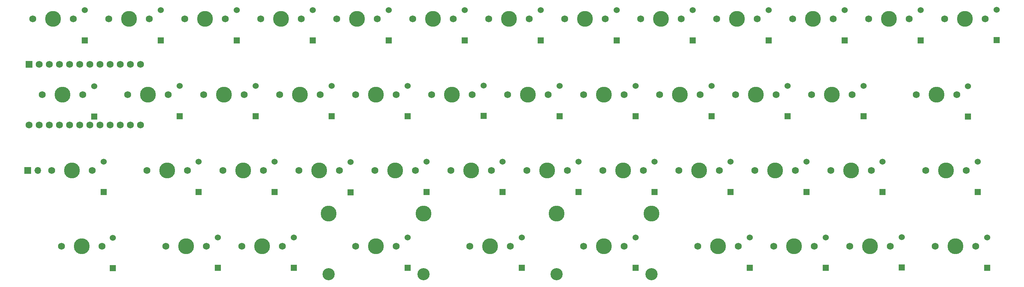
<source format=gbr>
%TF.GenerationSoftware,KiCad,Pcbnew,(6.0.7)*%
%TF.CreationDate,2022-12-15T16:21:00+01:00*%
%TF.ProjectId,Kestrel47,4b657374-7265-46c3-9437-2e6b69636164,rev?*%
%TF.SameCoordinates,Original*%
%TF.FileFunction,Soldermask,Top*%
%TF.FilePolarity,Negative*%
%FSLAX46Y46*%
G04 Gerber Fmt 4.6, Leading zero omitted, Abs format (unit mm)*
G04 Created by KiCad (PCBNEW (6.0.7)) date 2022-12-15 16:21:00*
%MOMM*%
%LPD*%
G01*
G04 APERTURE LIST*
%ADD10R,1.524000X1.524000*%
%ADD11C,1.524000*%
%ADD12C,3.987800*%
%ADD13C,1.750000*%
%ADD14C,3.048000*%
%ADD15R,1.700000X1.700000*%
%ADD16O,1.700000X1.700000*%
%ADD17R,1.752600X1.752600*%
%ADD18C,1.752600*%
G04 APERTURE END LIST*
D10*
%TO.C,D29*%
X176212500Y-68897500D03*
D11*
X176212500Y-61277500D03*
%TD*%
D10*
%TO.C,D7*%
X61912500Y-68897500D03*
D11*
X61912500Y-61277500D03*
%TD*%
D12*
%TO.C,MX27*%
X158750000Y-25400000D03*
D13*
X153670000Y-25400000D03*
X163830000Y-25400000D03*
%TD*%
D10*
%TO.C,D43*%
X242887500Y-30797500D03*
D11*
X242887500Y-23177500D03*
%TD*%
D10*
%TO.C,D47*%
X261937500Y-30735000D03*
D11*
X261937500Y-23115000D03*
%TD*%
D13*
%TO.C,MX45*%
X244157500Y-63500000D03*
D12*
X249237500Y-63500000D03*
D13*
X254317500Y-63500000D03*
%TD*%
D10*
%TO.C,D17*%
X109537500Y-30797500D03*
D11*
X109537500Y-23177500D03*
%TD*%
D12*
%TO.C,MX32*%
X182562500Y-44450000D03*
D13*
X177482500Y-44450000D03*
X187642500Y-44450000D03*
%TD*%
D10*
%TO.C,D38*%
X219075000Y-87947500D03*
D11*
X219075000Y-80327500D03*
%TD*%
D10*
%TO.C,D2*%
X35687000Y-49911000D03*
D11*
X35687000Y-42291000D03*
%TD*%
D13*
%TO.C,MX37*%
X211455000Y-63500000D03*
X201295000Y-63500000D03*
D12*
X206375000Y-63500000D03*
%TD*%
D10*
%TO.C,D18*%
X114300000Y-49847500D03*
D11*
X114300000Y-42227500D03*
%TD*%
D12*
%TO.C,MX13*%
X82550000Y-25400000D03*
D13*
X77470000Y-25400000D03*
X87630000Y-25400000D03*
%TD*%
D10*
%TO.C,D46*%
X259588000Y-87947500D03*
D11*
X259588000Y-80327500D03*
%TD*%
D13*
%TO.C,MX10*%
X63182500Y-44450000D03*
X73342500Y-44450000D03*
D12*
X68262500Y-44450000D03*
%TD*%
D10*
%TO.C,D31*%
X185737500Y-30797500D03*
D11*
X185737500Y-23177500D03*
%TD*%
D13*
%TO.C,MX23*%
X140017500Y-82550000D03*
D12*
X134937500Y-82550000D03*
D13*
X129857500Y-82550000D03*
%TD*%
%TO.C,MX33*%
X192405000Y-63500000D03*
X182245000Y-63500000D03*
D12*
X187325000Y-63500000D03*
%TD*%
D10*
%TO.C,D8*%
X66675000Y-87947500D03*
D11*
X66675000Y-80327500D03*
%TD*%
D13*
%TO.C,MX22*%
X125095000Y-63500000D03*
X135255000Y-63500000D03*
D12*
X130175000Y-63500000D03*
%TD*%
D10*
%TO.C,D22*%
X138112500Y-68897500D03*
D11*
X138112500Y-61277500D03*
%TD*%
D10*
%TO.C,D37*%
X214312500Y-68897500D03*
D11*
X214312500Y-61277500D03*
%TD*%
D13*
%TO.C,MX17*%
X106680000Y-25400000D03*
D12*
X101600000Y-25400000D03*
D13*
X96520000Y-25400000D03*
%TD*%
D10*
%TO.C,D16*%
X114300000Y-87947500D03*
D11*
X114300000Y-80327500D03*
%TD*%
D13*
%TO.C,MX24*%
X134620000Y-25400000D03*
D12*
X139700000Y-25400000D03*
D13*
X144780000Y-25400000D03*
%TD*%
D12*
%TO.C,MX40*%
X220662500Y-44450000D03*
D13*
X215582500Y-44450000D03*
X225742500Y-44450000D03*
%TD*%
D10*
%TO.C,D15*%
X100012500Y-68960000D03*
D11*
X100012500Y-61340000D03*
%TD*%
D12*
%TO.C,MX20*%
X120650000Y-25400000D03*
D13*
X115570000Y-25400000D03*
X125730000Y-25400000D03*
%TD*%
D10*
%TO.C,D6*%
X57150000Y-49847500D03*
D11*
X57150000Y-42227500D03*
%TD*%
D13*
%TO.C,MX16*%
X101282500Y-82550000D03*
D12*
X106362500Y-82550000D03*
D13*
X111442500Y-82550000D03*
D12*
X94456250Y-74295000D03*
D14*
X94456250Y-89535000D03*
X118268750Y-89535000D03*
D12*
X118268750Y-74295000D03*
%TD*%
%TO.C,MX2*%
X27772544Y-44451161D03*
D13*
X22692544Y-44451161D03*
X32852544Y-44451161D03*
%TD*%
D12*
%TO.C,MX36*%
X201612500Y-44450000D03*
D13*
X206692500Y-44450000D03*
X196532500Y-44450000D03*
%TD*%
D10*
%TO.C,D24*%
X147637500Y-30797500D03*
D11*
X147637500Y-23177500D03*
%TD*%
D13*
%TO.C,MX38*%
X206057500Y-82550000D03*
X216217500Y-82550000D03*
D12*
X211137500Y-82550000D03*
%TD*%
D10*
%TO.C,D19*%
X119062500Y-68897500D03*
D11*
X119062500Y-61277500D03*
%TD*%
D13*
%TO.C,MX8*%
X53657500Y-82550000D03*
D12*
X58737500Y-82550000D03*
D13*
X63817500Y-82550000D03*
%TD*%
%TO.C,MX3*%
X25082500Y-63500000D03*
D12*
X30162500Y-63500000D03*
D13*
X35242500Y-63500000D03*
%TD*%
D10*
%TO.C,D9*%
X71437500Y-30797500D03*
D11*
X71437500Y-23177500D03*
%TD*%
D10*
%TO.C,D1*%
X33337500Y-30797500D03*
D11*
X33337500Y-23177500D03*
%TD*%
D10*
%TO.C,D32*%
X190500000Y-49847500D03*
D11*
X190500000Y-42227500D03*
%TD*%
D13*
%TO.C,MX1*%
X30480000Y-25400000D03*
X20320000Y-25400000D03*
D12*
X25400000Y-25400000D03*
%TD*%
D13*
%TO.C,MX34*%
X187007500Y-82550000D03*
D12*
X192087500Y-82550000D03*
D13*
X197167500Y-82550000D03*
%TD*%
D12*
%TO.C,MX28*%
X163512500Y-44450000D03*
D13*
X168592500Y-44450000D03*
X158432500Y-44450000D03*
%TD*%
D12*
%TO.C,MX26*%
X149225000Y-63500000D03*
D13*
X144145000Y-63500000D03*
X154305000Y-63500000D03*
%TD*%
D10*
%TO.C,D3*%
X38100000Y-68897500D03*
D11*
X38100000Y-61277500D03*
%TD*%
D13*
%TO.C,MX4*%
X37617923Y-82550000D03*
X27457923Y-82550000D03*
D12*
X32537923Y-82550000D03*
%TD*%
D13*
%TO.C,MX46*%
X256714806Y-82550000D03*
D12*
X251634806Y-82550000D03*
D13*
X246554806Y-82550000D03*
%TD*%
D12*
%TO.C,MX18*%
X106362500Y-44450000D03*
D13*
X111442500Y-44450000D03*
X101282500Y-44450000D03*
%TD*%
D10*
%TO.C,D42*%
X238125000Y-87885000D03*
D11*
X238125000Y-80265000D03*
%TD*%
D13*
%TO.C,MX15*%
X86995000Y-63500000D03*
X97155000Y-63500000D03*
D12*
X92075000Y-63500000D03*
%TD*%
D10*
%TO.C,D21*%
X133350000Y-49785000D03*
D11*
X133350000Y-42165000D03*
%TD*%
D10*
%TO.C,D28*%
X171450000Y-49847500D03*
D11*
X171450000Y-42227500D03*
%TD*%
D13*
%TO.C,MX29*%
X173355000Y-63500000D03*
D12*
X168275000Y-63500000D03*
D13*
X163195000Y-63500000D03*
%TD*%
D10*
%TO.C,D40*%
X228600000Y-49847500D03*
D11*
X228600000Y-42227500D03*
%TD*%
D12*
%TO.C,MX25*%
X144462500Y-44450000D03*
D13*
X139382500Y-44450000D03*
X149542500Y-44450000D03*
%TD*%
D12*
%TO.C,MX39*%
X215900000Y-25400000D03*
D13*
X210820000Y-25400000D03*
X220980000Y-25400000D03*
%TD*%
D10*
%TO.C,D45*%
X257175000Y-68897500D03*
D11*
X257175000Y-61277500D03*
%TD*%
D10*
%TO.C,D4*%
X40386000Y-88011000D03*
D11*
X40386000Y-80391000D03*
%TD*%
D13*
%TO.C,MX5*%
X49530000Y-25400000D03*
D12*
X44450000Y-25400000D03*
D13*
X39370000Y-25400000D03*
%TD*%
D10*
%TO.C,D34*%
X200025000Y-87947500D03*
D11*
X200025000Y-80327500D03*
%TD*%
D13*
%TO.C,MX6*%
X54292500Y-44450000D03*
X44132500Y-44450000D03*
D12*
X49212500Y-44450000D03*
%TD*%
%TO.C,MX44*%
X246872306Y-44450000D03*
D13*
X251952306Y-44450000D03*
X241792306Y-44450000D03*
%TD*%
%TO.C,MX12*%
X82867500Y-82550000D03*
D12*
X77787500Y-82550000D03*
D13*
X72707500Y-82550000D03*
%TD*%
D10*
%TO.C,D14*%
X95250000Y-49847500D03*
D11*
X95250000Y-42227500D03*
%TD*%
D10*
%TO.C,D10*%
X76200000Y-49847500D03*
D11*
X76200000Y-42227500D03*
%TD*%
D10*
%TO.C,D26*%
X157162500Y-68897500D03*
D11*
X157162500Y-61277500D03*
%TD*%
D10*
%TO.C,D5*%
X52387500Y-30797500D03*
D11*
X52387500Y-23177500D03*
%TD*%
D10*
%TO.C,D25*%
X152400000Y-49847500D03*
D11*
X152400000Y-42227500D03*
%TD*%
D13*
%TO.C,MX31*%
X182880000Y-25400000D03*
X172720000Y-25400000D03*
D12*
X177800000Y-25400000D03*
%TD*%
%TO.C,MX19*%
X111125000Y-63500000D03*
D13*
X116205000Y-63500000D03*
X106045000Y-63500000D03*
%TD*%
%TO.C,MX7*%
X48895000Y-63500000D03*
D12*
X53975000Y-63500000D03*
D13*
X59055000Y-63500000D03*
%TD*%
D10*
%TO.C,D33*%
X195262500Y-68897500D03*
D11*
X195262500Y-61277500D03*
%TD*%
D10*
%TO.C,D35*%
X204787500Y-30797500D03*
D11*
X204787500Y-23177500D03*
%TD*%
D10*
%TO.C,D20*%
X128587500Y-30797500D03*
D11*
X128587500Y-23177500D03*
%TD*%
D10*
%TO.C,D23*%
X142875000Y-87947500D03*
D11*
X142875000Y-80327500D03*
%TD*%
D13*
%TO.C,MX42*%
X225107500Y-82550000D03*
D12*
X230187500Y-82550000D03*
D13*
X235267500Y-82550000D03*
%TD*%
D12*
%TO.C,MX11*%
X73025000Y-63500000D03*
D13*
X67945000Y-63500000D03*
X78105000Y-63500000D03*
%TD*%
D10*
%TO.C,D27*%
X166687500Y-30797500D03*
D11*
X166687500Y-23177500D03*
%TD*%
D10*
%TO.C,D12*%
X85725000Y-87947500D03*
D11*
X85725000Y-80327500D03*
%TD*%
D13*
%TO.C,MX47*%
X259080000Y-25400000D03*
X248920000Y-25400000D03*
D12*
X254000000Y-25400000D03*
%TD*%
D13*
%TO.C,MX43*%
X240030000Y-25400000D03*
D12*
X234950000Y-25400000D03*
D13*
X229870000Y-25400000D03*
%TD*%
D12*
%TO.C,MX14*%
X87312500Y-44450000D03*
D13*
X92392500Y-44450000D03*
X82232500Y-44450000D03*
%TD*%
D10*
%TO.C,D41*%
X233362500Y-68897500D03*
D11*
X233362500Y-61277500D03*
%TD*%
D10*
%TO.C,D44*%
X254762000Y-49911000D03*
D11*
X254762000Y-42291000D03*
%TD*%
D10*
%TO.C,D39*%
X223837500Y-30797500D03*
D11*
X223837500Y-23177500D03*
%TD*%
D10*
%TO.C,D30*%
X171450000Y-87947500D03*
D11*
X171450000Y-80327500D03*
%TD*%
D13*
%TO.C,MX9*%
X68580000Y-25400000D03*
D12*
X63500000Y-25400000D03*
D13*
X58420000Y-25400000D03*
%TD*%
D10*
%TO.C,D36*%
X209550000Y-49847500D03*
D11*
X209550000Y-42227500D03*
%TD*%
D10*
%TO.C,D13*%
X90487500Y-30797500D03*
D11*
X90487500Y-23177500D03*
%TD*%
D14*
%TO.C,MX30*%
X151606250Y-89535000D03*
D13*
X168592500Y-82550000D03*
D12*
X175418750Y-74295000D03*
D14*
X175418750Y-89535000D03*
D13*
X158432500Y-82550000D03*
D12*
X163512500Y-82550000D03*
X151606250Y-74295000D03*
%TD*%
%TO.C,MX35*%
X196850000Y-25400000D03*
D13*
X201930000Y-25400000D03*
X191770000Y-25400000D03*
%TD*%
%TO.C,MX21*%
X130492500Y-44450000D03*
D12*
X125412500Y-44450000D03*
D13*
X120332500Y-44450000D03*
%TD*%
D10*
%TO.C,D11*%
X80962500Y-68897500D03*
D11*
X80962500Y-61277500D03*
%TD*%
D12*
%TO.C,MX41*%
X225425000Y-63500000D03*
D13*
X230505000Y-63500000D03*
X220345000Y-63500000D03*
%TD*%
D15*
%TO.C,SW1*%
X19050000Y-63500000D03*
D16*
X21590000Y-63500000D03*
%TD*%
D17*
%TO.C,U1*%
X19367500Y-36830000D03*
D18*
X21907500Y-36830000D03*
X24447500Y-36830000D03*
X26987500Y-36830000D03*
X29527500Y-36830000D03*
X32067500Y-36830000D03*
X34607500Y-36830000D03*
X37147500Y-36830000D03*
X39687500Y-36830000D03*
X42227500Y-36830000D03*
X44767500Y-36830000D03*
X47307500Y-36830000D03*
X47307500Y-52070000D03*
X44767500Y-52070000D03*
X42227500Y-52070000D03*
X39687500Y-52070000D03*
X37147500Y-52070000D03*
X34607500Y-52070000D03*
X32067500Y-52070000D03*
X29527500Y-52070000D03*
X26987500Y-52070000D03*
X24447500Y-52070000D03*
X21907500Y-52070000D03*
X19367500Y-52070000D03*
%TD*%
M02*

</source>
